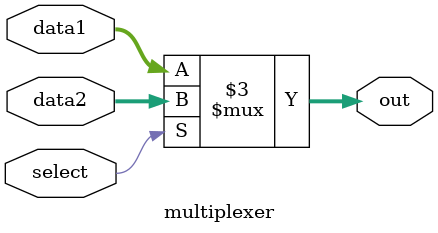
<source format=v>
`timescale 1ns / 1ps


module risc(input clk,reset,output reg eop);

// parameter deciding
parameter ADD=4'b0000,SUB=4'b0001,AND=4'b0010,OR=4'b0011,NOT=4'b0100,XOR=4'b0101,CMP=4'b0110,SL=4'b0111,
          SR=4'b1000,LOAD=4'b1001,STORE=4'b1010,JUMP=4'b1011,END=4'b1100,JZ=4'b1101,JNZ=4'b1110,LOAD_IMM=4'b1111;
          
parameter RR_OP=3'b000,RM_OP=3'b001,MR_OP=3'b010,J_P=3'b011,END_P=3'b100;


// memory and register bank deciding
reg [15:0]memory[0:1023];
reg [15:0]regbank[0:15];

//loading with instruction and data
initial $readmemh("instruction.txt",memory,0,1023);
initial $readmemb("data.txt",regbank,0,15);

//deciding registers and wire datatypes
reg [9:0]pc,pc_1;
reg [15:0]ir,alu_out,rg_rs1,alu_ir;
reg [2:0]op_type;


wire [15:0]rs1,rs2,rd;
wire [15:0]aluout;
wire ctrl;
wire jump=(op_type==J_P)&(alu_out==16'b0000000000011111);
wire jumping=jump&(ctrl==1'b0);
wire [15:0]ir1,ir2;
wire equal1=(ctrl==1'b0)&(alu_ir[11:8]==ir1[11:8])&((op_type==RR_OP)|(op_type==MR_OP));
wire equal2=(ctrl==1'b0)&(alu_ir[11:8]==ir1[7:4])&((op_type==RR_OP)|(op_type==MR_OP));
wire equal3=(ctrl==1'b0)&(alu_ir[11:8]==ir1[3:0])&((op_type==RR_OP)|(op_type==MR_OP));
wire equal4=(ctrl==1'b0)&(rg_rs1==pc_1)&(op_type==RM_OP);
wire equal5=(ctrl==1'b0)&(rg_rs1==pc)&(op_type==RM_OP);
wire [15:0]rg_store=(op_type==RR_OP)?alu_out:memory[alu_out];


// instantiating muxex for register to register and memory to register instructions;
multiplexer mux1(equal1,regbank[ir1[11:8]],rg_store,rd);
multiplexer mux2(equal2,regbank[ir1[7:4]],rg_store,rs1);
multiplexer mux3(equal3,regbank[ir1[3:0]],rg_store,rs2);
multiplexer mux4(equal4,ir,alu_out,ir1);
// mux for register to memory function
multiplexer mux5(equal5,memory[pc],alu_out,ir2);

// fsm which disables every action after jump is executed
controller fsm_jump(jump,clk,reset,ctrl);

always @(posedge clk)
begin                                       //instruction fetch stage in processor
if(eop==1'b0) 
              begin 
                  ir<=ir2;
                  pc_1<=pc;
              end
end


ALU arithmetic_logic_unit(rs1,rs2,rd,ir1,aluout);  // instantiating arithmetic logic unit



always @(posedge clk)                             // instruction decode and execute stage
begin
if(eop==1'b0)
begin
rg_rs1<=rs1;
alu_ir<=ir1;
alu_out<=aluout;
case(ir1[15:12])
ADD,SUB,AND,OR,NOT,XOR,CMP,SL,SR,LOAD_IMM: op_type<=RR_OP;
LOAD:  op_type<=MR_OP;
STORE: op_type<=RM_OP;
JUMP,JZ,JNZ:  op_type<=J_P;
END:   op_type<=END_P;
endcase
end
end




always @(posedge clk)                             // write back and data memory stage
begin
if((eop==1'b0)&&(ctrl==1'b0))
case(op_type)
RR_OP,MR_OP:  regbank[alu_ir[11:8]]<=rg_store;
RM_OP:  memory[rg_rs1]<=alu_out;
endcase
end



always @(posedge clk,negedge reset)                  // nstate program counter loading part
if(reset==1'b0)  pc<=10'b0; 
else 
    begin
          if(jumping) pc<=pc+{{2{1'b0}},alu_ir[7:0]}+10'b1111111110;
                else pc<=pc+1'b1;
          
 
          end
  
   
always @(posedge clk,negedge reset)                   // end of program decider
if(reset==1'b0) eop<=1'b0;
  else if((op_type==END_P)&&(ctrl==1'b0)) eop<=1'b1;   
          

initial $monitor("e1=%b,e2=%b,e3=%b,rs1=%b,rs2=%b,rd=%b,rg_store=%b,pc=%b",alu_out,equal2,equal3,rs1,rs2,rd,alu_ir,pc);

// loading updated memory and register bank into files
always @(eop)
begin
$writememb("output.txt",regbank,0,15);  
$writememb("instruction1.txt",memory,0,1023);
end

endmodule




module ALU(input [15:0]data_1,data_2,data_3,instruction,output reg[15:0]data_out);

parameter ADD=4'b0000,SUB=4'b0001,AND=4'b0010,OR=4'b0011,NOT=4'b0100,XOR=4'b0101,CMP=4'b0110,SL=4'b0111,
          SR=4'b1000,LOAD=4'b1001,STORE=4'b1010,JUMP=4'b1011,END=4'b1100,JZ=4'b1101,JNZ=4'b1110,LOAD_IMM=4'b1111;
          
parameter RR_OP=3'b000,RM_OP=3'b001,MR_OP=3'b010,J_P=3'b011,END_P=3'b100;

wire grt=(data_1>data_2);
wire [3:0]opcode=instruction[15:12];
wire checking=(data_3==16'b0);
// operation deciding
always @*
begin
case(opcode)
ADD: data_out=data_1+data_2;
SUB: if(grt) data_out=data_1+~data_2+1'b1; else data_out=data_2+~data_1+1'b1;
AND: data_out=data_1&data_2;
OR:  data_out=data_1|data_2;
NOT: data_out=~data_2;
XOR: data_out=data_1^data_2;
CMP: data_out={data_1<data_2,grt,~|data_2,~|data_1,(&(data_1~^data_2))};
SL:  data_out={data_1[14:0],1'b0};
SR:  data_out={1'b0,data_1[15:1]};
LOAD:data_out=data_1;
STORE:data_out=data_2;
JUMP:data_out={5{1'b1}};
JZ:  data_out={5{checking}};
JNZ: data_out={5{~checking}};
LOAD_IMM:data_out={{8{1'b0}},instruction[7:0]};
default:data_out=16'bx;
endcase
end

endmodule



module controller(input jump,clk,reset,output ctrl);
// fsm to control jump instruction
reg [1:0]state,nstate;

always @(posedge clk,negedge reset)
if(reset==1'b0) state<=2'b00;
           else state<=nstate;


always @*
begin
nstate=2'b00;
case(state)
2'b00: if(jump) nstate=2'b01; else nstate=2'b00;
2'b01: nstate=2'b10;
2'b10:nstate=2'b00;
default:nstate=2'b00;
endcase
end
assign ctrl=|state;


endmodule




module multiplexer(input select,input [15:0]data1,data2,output reg[15:0]out);
// multiplexer module used for forwarding technique to remove Read After Write Hazards

always @*
begin
out=data1;
case(select)
1'b1: out=data2;
default: out=data1;
endcase 
end


endmodule

</source>
